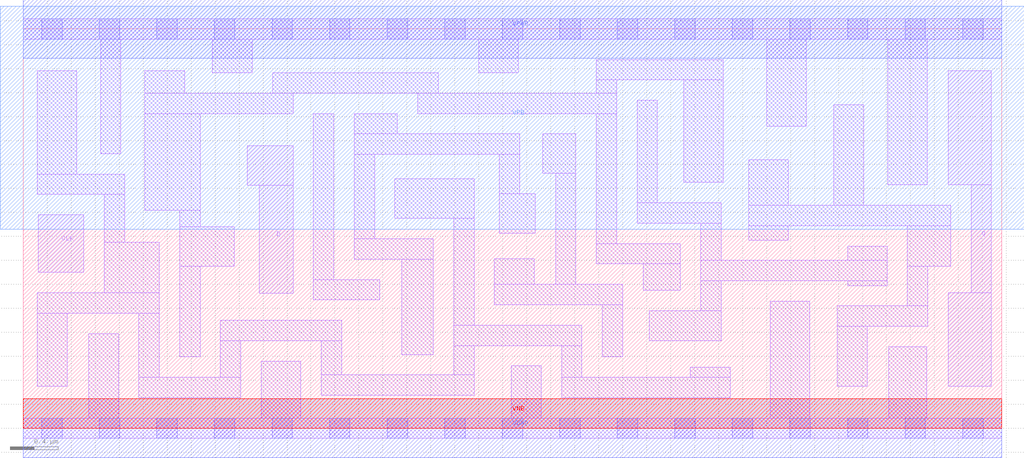
<source format=lef>
# Copyright 2020 The SkyWater PDK Authors
#
# Licensed under the Apache License, Version 2.0 (the "License");
# you may not use this file except in compliance with the License.
# You may obtain a copy of the License at
#
#     https://www.apache.org/licenses/LICENSE-2.0
#
# Unless required by applicable law or agreed to in writing, software
# distributed under the License is distributed on an "AS IS" BASIS,
# WITHOUT WARRANTIES OR CONDITIONS OF ANY KIND, either express or implied.
# See the License for the specific language governing permissions and
# limitations under the License.
#
# SPDX-License-Identifier: Apache-2.0

VERSION 5.7 ;
  NOWIREEXTENSIONATPIN ON ;
  DIVIDERCHAR "/" ;
  BUSBITCHARS "[]" ;
MACRO sky130_fd_sc_hs__dfxtp_1
  CLASS CORE ;
  FOREIGN sky130_fd_sc_hs__dfxtp_1 ;
  ORIGIN  0.000000  0.000000 ;
  SIZE  8.160000 BY  3.330000 ;
  SYMMETRY X Y ;
  SITE unit ;
  PIN D
    ANTENNAGATEAREA  0.126000 ;
    DIRECTION INPUT ;
    USE SIGNAL ;
    PORT
      LAYER li1 ;
        RECT 1.870000 2.025000 2.250000 2.355000 ;
        RECT 1.970000 1.125000 2.250000 2.025000 ;
    END
  END D
  PIN Q
    ANTENNADIFFAREA  0.541300 ;
    DIRECTION OUTPUT ;
    USE SIGNAL ;
    PORT
      LAYER li1 ;
        RECT 7.715000 0.350000 8.075000 1.130000 ;
        RECT 7.715000 2.030000 8.075000 2.980000 ;
        RECT 7.905000 1.130000 8.075000 2.030000 ;
    END
  END Q
  PIN CLK
    ANTENNAGATEAREA  0.279000 ;
    DIRECTION INPUT ;
    USE CLOCK ;
    PORT
      LAYER li1 ;
        RECT 0.125000 1.300000 0.505000 1.780000 ;
    END
  END CLK
  PIN VGND
    DIRECTION INOUT ;
    USE GROUND ;
    PORT
      LAYER met1 ;
        RECT 0.000000 -0.245000 8.160000 0.245000 ;
    END
  END VGND
  PIN VNB
    DIRECTION INOUT ;
    USE GROUND ;
    PORT
      LAYER pwell ;
        RECT 0.000000 0.000000 8.160000 0.245000 ;
    END
  END VNB
  PIN VPB
    DIRECTION INOUT ;
    USE POWER ;
    PORT
      LAYER nwell ;
        RECT -0.190000 1.660000 8.350000 3.520000 ;
    END
  END VPB
  PIN VPWR
    DIRECTION INOUT ;
    USE POWER ;
    PORT
      LAYER met1 ;
        RECT 0.000000 3.085000 8.160000 3.575000 ;
    END
  END VPWR
  OBS
    LAYER li1 ;
      RECT 0.000000 -0.085000 8.160000 0.085000 ;
      RECT 0.000000  3.245000 8.160000 3.415000 ;
      RECT 0.115000  0.350000 0.365000 0.960000 ;
      RECT 0.115000  0.960000 1.135000 1.130000 ;
      RECT 0.115000  1.950000 0.845000 2.120000 ;
      RECT 0.115000  2.120000 0.445000 2.980000 ;
      RECT 0.545000  0.085000 0.795000 0.790000 ;
      RECT 0.645000  2.290000 0.815000 3.245000 ;
      RECT 0.675000  1.130000 1.135000 1.550000 ;
      RECT 0.675000  1.550000 0.845000 1.950000 ;
      RECT 0.965000  0.255000 1.815000 0.425000 ;
      RECT 0.965000  0.425000 1.135000 0.960000 ;
      RECT 1.015000  1.820000 1.475000 2.625000 ;
      RECT 1.015000  2.625000 2.250000 2.795000 ;
      RECT 1.015000  2.795000 1.345000 2.980000 ;
      RECT 1.305000  0.595000 1.475000 1.350000 ;
      RECT 1.305000  1.350000 1.760000 1.680000 ;
      RECT 1.305000  1.680000 1.475000 1.820000 ;
      RECT 1.575000  2.965000 1.910000 3.245000 ;
      RECT 1.645000  0.425000 1.815000 0.730000 ;
      RECT 1.645000  0.730000 2.655000 0.900000 ;
      RECT 1.985000  0.085000 2.315000 0.560000 ;
      RECT 2.080000  2.795000 3.460000 2.965000 ;
      RECT 2.420000  1.070000 2.975000 1.240000 ;
      RECT 2.420000  1.240000 2.590000 2.625000 ;
      RECT 2.485000  0.275000 3.760000 0.445000 ;
      RECT 2.485000  0.445000 2.655000 0.730000 ;
      RECT 2.760000  1.410000 3.420000 1.580000 ;
      RECT 2.760000  1.580000 2.930000 2.285000 ;
      RECT 2.760000  2.285000 4.140000 2.455000 ;
      RECT 2.760000  2.455000 3.120000 2.625000 ;
      RECT 3.100000  1.750000 3.760000 2.080000 ;
      RECT 3.155000  0.615000 3.420000 1.410000 ;
      RECT 3.290000  2.625000 4.950000 2.795000 ;
      RECT 3.590000  0.445000 3.760000 0.690000 ;
      RECT 3.590000  0.690000 4.660000 0.860000 ;
      RECT 3.590000  0.860000 3.760000 1.750000 ;
      RECT 3.800000  2.965000 4.130000 3.245000 ;
      RECT 3.930000  1.030000 5.000000 1.200000 ;
      RECT 3.930000  1.200000 4.260000 1.415000 ;
      RECT 3.970000  1.625000 4.270000 1.955000 ;
      RECT 3.970000  1.955000 4.140000 2.285000 ;
      RECT 4.070000  0.085000 4.320000 0.520000 ;
      RECT 4.335000  2.125000 4.610000 2.455000 ;
      RECT 4.440000  1.200000 4.610000 2.125000 ;
      RECT 4.490000  0.255000 5.895000 0.425000 ;
      RECT 4.490000  0.425000 4.660000 0.690000 ;
      RECT 4.780000  1.370000 5.480000 1.540000 ;
      RECT 4.780000  1.540000 4.950000 2.625000 ;
      RECT 4.780000  2.795000 4.950000 2.905000 ;
      RECT 4.780000  2.905000 5.840000 3.075000 ;
      RECT 4.830000  0.595000 5.000000 1.030000 ;
      RECT 5.120000  1.710000 5.820000 1.880000 ;
      RECT 5.120000  1.880000 5.290000 2.735000 ;
      RECT 5.170000  1.150000 5.480000 1.370000 ;
      RECT 5.220000  0.730000 5.820000 0.980000 ;
      RECT 5.510000  2.050000 5.840000 2.905000 ;
      RECT 5.565000  0.425000 5.895000 0.510000 ;
      RECT 5.650000  0.980000 5.820000 1.230000 ;
      RECT 5.650000  1.230000 7.205000 1.400000 ;
      RECT 5.650000  1.400000 5.820000 1.710000 ;
      RECT 6.050000  1.570000 6.380000 1.690000 ;
      RECT 6.050000  1.690000 7.735000 1.860000 ;
      RECT 6.050000  1.860000 6.380000 2.240000 ;
      RECT 6.200000  2.520000 6.530000 3.245000 ;
      RECT 6.230000  0.085000 6.560000 1.060000 ;
      RECT 6.760000  1.860000 7.010000 2.700000 ;
      RECT 6.790000  0.350000 7.040000 0.850000 ;
      RECT 6.790000  0.850000 7.545000 1.020000 ;
      RECT 6.875000  1.190000 7.205000 1.230000 ;
      RECT 6.875000  1.400000 7.205000 1.520000 ;
      RECT 7.210000  2.030000 7.540000 3.245000 ;
      RECT 7.220000  0.085000 7.535000 0.680000 ;
      RECT 7.375000  1.020000 7.545000 1.350000 ;
      RECT 7.375000  1.350000 7.735000 1.690000 ;
    LAYER mcon ;
      RECT 0.155000 -0.085000 0.325000 0.085000 ;
      RECT 0.155000  3.245000 0.325000 3.415000 ;
      RECT 0.635000 -0.085000 0.805000 0.085000 ;
      RECT 0.635000  3.245000 0.805000 3.415000 ;
      RECT 1.115000 -0.085000 1.285000 0.085000 ;
      RECT 1.115000  3.245000 1.285000 3.415000 ;
      RECT 1.595000 -0.085000 1.765000 0.085000 ;
      RECT 1.595000  3.245000 1.765000 3.415000 ;
      RECT 2.075000 -0.085000 2.245000 0.085000 ;
      RECT 2.075000  3.245000 2.245000 3.415000 ;
      RECT 2.555000 -0.085000 2.725000 0.085000 ;
      RECT 2.555000  3.245000 2.725000 3.415000 ;
      RECT 3.035000 -0.085000 3.205000 0.085000 ;
      RECT 3.035000  3.245000 3.205000 3.415000 ;
      RECT 3.515000 -0.085000 3.685000 0.085000 ;
      RECT 3.515000  3.245000 3.685000 3.415000 ;
      RECT 3.995000 -0.085000 4.165000 0.085000 ;
      RECT 3.995000  3.245000 4.165000 3.415000 ;
      RECT 4.475000 -0.085000 4.645000 0.085000 ;
      RECT 4.475000  3.245000 4.645000 3.415000 ;
      RECT 4.955000 -0.085000 5.125000 0.085000 ;
      RECT 4.955000  3.245000 5.125000 3.415000 ;
      RECT 5.435000 -0.085000 5.605000 0.085000 ;
      RECT 5.435000  3.245000 5.605000 3.415000 ;
      RECT 5.915000 -0.085000 6.085000 0.085000 ;
      RECT 5.915000  3.245000 6.085000 3.415000 ;
      RECT 6.395000 -0.085000 6.565000 0.085000 ;
      RECT 6.395000  3.245000 6.565000 3.415000 ;
      RECT 6.875000 -0.085000 7.045000 0.085000 ;
      RECT 6.875000  3.245000 7.045000 3.415000 ;
      RECT 7.355000 -0.085000 7.525000 0.085000 ;
      RECT 7.355000  3.245000 7.525000 3.415000 ;
      RECT 7.835000 -0.085000 8.005000 0.085000 ;
      RECT 7.835000  3.245000 8.005000 3.415000 ;
  END
END sky130_fd_sc_hs__dfxtp_1
END LIBRARY

</source>
